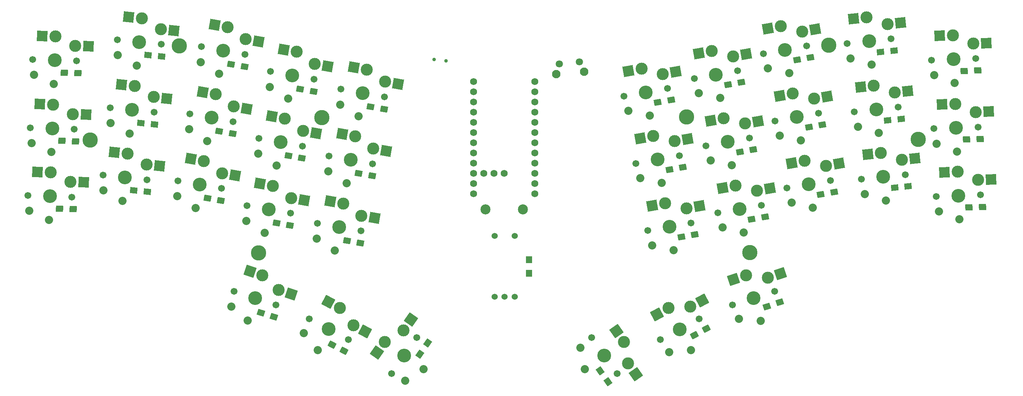
<source format=gbr>
%TF.GenerationSoftware,KiCad,Pcbnew,9.0.7*%
%TF.CreationDate,2026-02-25T20:28:23+01:00*%
%TF.ProjectId,AFF314KEEB,41464633-3134-44b4-9545-422e6b696361,rev?*%
%TF.SameCoordinates,Original*%
%TF.FileFunction,Soldermask,Bot*%
%TF.FilePolarity,Negative*%
%FSLAX46Y46*%
G04 Gerber Fmt 4.6, Leading zero omitted, Abs format (unit mm)*
G04 Created by KiCad (PCBNEW 9.0.7) date 2026-02-25 20:28:23*
%MOMM*%
%LPD*%
G01*
G04 APERTURE LIST*
G04 Aperture macros list*
%AMRotRect*
0 Rectangle, with rotation*
0 The origin of the aperture is its center*
0 $1 length*
0 $2 width*
0 $3 Rotation angle, in degrees counterclockwise*
0 Add horizontal line*
21,1,$1,$2,0,0,$3*%
G04 Aperture macros list end*
%ADD10C,1.752600*%
%ADD11C,3.800000*%
%ADD12C,2.600000*%
%ADD13RotRect,2.600000X2.600000X350.000000*%
%ADD14C,2.032000*%
%ADD15C,1.701800*%
%ADD16C,3.000000*%
%ADD17C,3.429000*%
%ADD18RotRect,2.600000X2.600000X354.000000*%
%ADD19RotRect,2.600000X2.600000X10.000000*%
%ADD20C,2.500000*%
%ADD21RotRect,2.600000X2.600000X28.000000*%
%ADD22RotRect,2.600000X2.600000X18.000000*%
%ADD23RotRect,2.600000X2.600000X2.000000*%
%ADD24RotRect,2.600000X2.600000X358.000000*%
%ADD25C,1.800000*%
%ADD26C,2.100000*%
%ADD27RotRect,2.600000X2.600000X6.000000*%
%ADD28C,0.900000*%
%ADD29RotRect,2.600000X2.600000X55.000000*%
%ADD30C,1.524000*%
%ADD31RotRect,2.600000X2.600000X305.000000*%
%ADD32RotRect,2.600000X2.600000X342.000000*%
%ADD33RotRect,2.600000X2.600000X332.000000*%
%ADD34RotRect,1.800000X1.500000X170.000000*%
%ADD35RotRect,1.800000X1.500000X125.000000*%
%ADD36RotRect,1.800000X1.500000X186.000000*%
%ADD37RotRect,1.800000X1.500000X190.000000*%
%ADD38RotRect,1.800000X1.500000X182.000000*%
%ADD39RotRect,1.800000X1.500000X178.000000*%
%ADD40R,1.500000X1.800000*%
%ADD41RotRect,1.800000X1.500000X208.000000*%
%ADD42RotRect,1.800000X1.500000X162.000000*%
%ADD43RotRect,1.800000X1.500000X198.000000*%
%ADD44RotRect,1.800000X1.500000X235.000000*%
%ADD45RotRect,1.800000X1.500000X174.000000*%
%ADD46RotRect,1.800000X1.500000X152.000000*%
G04 APERTURE END LIST*
D10*
%TO.C,U1*%
X142062065Y-63584463D03*
X142062065Y-66124463D03*
X142062065Y-68664463D03*
X142062065Y-71204463D03*
X142062065Y-73744463D03*
X142062065Y-76284463D03*
X142062065Y-78824463D03*
X142062065Y-81364463D03*
X142062065Y-83904463D03*
X142062065Y-86444463D03*
X142062065Y-88984463D03*
X142062065Y-91524463D03*
X157302065Y-91524463D03*
X157302065Y-88984463D03*
X157302065Y-86444463D03*
X157302065Y-83904463D03*
X157302065Y-81364463D03*
X157302065Y-78824463D03*
X157302065Y-76284463D03*
X157302065Y-73744463D03*
X157302065Y-71204463D03*
X157302065Y-68664463D03*
X157302065Y-66124463D03*
X157302065Y-63584463D03*
X144602065Y-86444463D03*
X147142065Y-86444463D03*
X149682065Y-86444463D03*
%TD*%
D11*
%TO.C,H5*%
X230501659Y-54503770D03*
D12*
X230501659Y-54503770D03*
%TD*%
D11*
%TO.C,H4*%
X88550000Y-106250000D03*
D12*
X88550000Y-106250000D03*
%TD*%
%TO.C,H8*%
X210849195Y-106165826D03*
D11*
X210849195Y-106165826D03*
%TD*%
D12*
%TO.C,H7*%
X195099157Y-72352239D03*
D11*
X195099157Y-72352239D03*
%TD*%
D12*
%TO.C,H6*%
X252752961Y-77995735D03*
D11*
X252752961Y-77995735D03*
%TD*%
D12*
%TO.C,H3*%
X104282673Y-72534893D03*
D11*
X104282673Y-72534893D03*
%TD*%
D13*
%TO.C,SWL4*%
X105783138Y-59778803D03*
D14*
X91398771Y-64908922D03*
X95958149Y-67845259D03*
D13*
X94790634Y-55606589D03*
D15*
X102399116Y-62989958D03*
D16*
X102557892Y-59210105D03*
D17*
X96982673Y-62034893D03*
D16*
X98015880Y-56175287D03*
D15*
X91566230Y-61079828D03*
%TD*%
D18*
%TO.C,SWL2*%
X67498401Y-50871352D03*
D14*
X53506933Y-56992377D03*
X58260033Y-59603515D03*
D18*
X56241636Y-47476100D03*
D15*
X64346621Y-54310743D03*
D16*
X64241342Y-50529021D03*
D17*
X58876751Y-53735836D03*
D16*
X59498695Y-47818431D03*
D15*
X53406881Y-53160929D03*
%TD*%
D12*
%TO.C,H2*%
X46629404Y-78141236D03*
D11*
X46629404Y-78141236D03*
%TD*%
D12*
%TO.C,H1*%
X68876751Y-54735836D03*
D11*
X68876751Y-54735836D03*
%TD*%
D15*
%TO.C,SWL26*%
X217122963Y-73370464D03*
D16*
X221506199Y-66555793D03*
D17*
X222539406Y-72415399D03*
D16*
X226812264Y-67854129D03*
D15*
X227955849Y-71460334D03*
D19*
X218280954Y-67124491D03*
D14*
X223563930Y-78225765D03*
X218275230Y-77025909D03*
D19*
X230037509Y-67285431D03*
%TD*%
D20*
%TO.C,BAT+1*%
X154331689Y-95419787D03*
%TD*%
D15*
%TO.C,SWL35*%
X188535229Y-127846806D03*
D16*
X190598085Y-120011174D03*
D17*
X193391441Y-125264712D03*
D16*
X196045661Y-119606301D03*
D15*
X198247653Y-122682618D03*
D21*
X187706432Y-121548693D03*
D14*
X196161323Y-130474103D03*
X190760695Y-130967271D03*
D21*
X198937314Y-118068781D03*
%TD*%
D15*
%TO.C,SWL31*%
X220074982Y-90112196D03*
D16*
X224458218Y-83297525D03*
D17*
X225491425Y-89157131D03*
D16*
X229764283Y-84595861D03*
D15*
X230907868Y-88202066D03*
D19*
X221232973Y-83866223D03*
D14*
X226515949Y-94967497D03*
X221227249Y-93767641D03*
D19*
X232989528Y-84027163D03*
%TD*%
D15*
%TO.C,SWL10*%
X106132373Y-82128996D03*
D16*
X112582023Y-77224455D03*
D17*
X111548816Y-83084061D03*
D16*
X117124035Y-80259273D03*
D15*
X116965259Y-84039126D03*
D13*
X109356777Y-76655757D03*
D14*
X110524292Y-88894427D03*
X105964914Y-85958090D03*
D13*
X120349281Y-80827971D03*
%TD*%
D15*
%TO.C,SWL36*%
X206503174Y-119242448D03*
D16*
X209895334Y-111884069D03*
D17*
X211733985Y-117542855D03*
D16*
X215330454Y-112431308D03*
D15*
X216964796Y-115843262D03*
D22*
X206780624Y-112896099D03*
D14*
X213557185Y-123154087D03*
X208152967Y-122701955D03*
D22*
X218445164Y-111419277D03*
%TD*%
D15*
%TO.C,SWL23*%
X256069727Y-58208395D03*
D16*
X261358725Y-52070073D03*
D17*
X261566377Y-58016448D03*
D16*
X266432458Y-54094235D03*
D15*
X267063027Y-57824501D03*
D23*
X258085720Y-52184368D03*
D14*
X261772284Y-63912854D03*
X256702041Y-61988631D03*
D23*
X269705463Y-53979939D03*
%TD*%
D15*
%TO.C,SWL1*%
X32315848Y-58069941D03*
D16*
X38020150Y-52315513D03*
D17*
X37812498Y-58261888D03*
D16*
X42940325Y-54688670D03*
D15*
X43309148Y-58453835D03*
D24*
X34747145Y-52201217D03*
D14*
X37606591Y-64158294D03*
X32682926Y-61885076D03*
D24*
X46213330Y-54802966D03*
%TD*%
D25*
%TO.C,RSW1*%
X168390973Y-58714221D03*
X163410000Y-59150000D03*
D26*
X162631694Y-61727642D03*
X169605057Y-61117552D03*
%TD*%
D15*
%TO.C,SWL3*%
X74378000Y-54901256D03*
D16*
X80827650Y-49996715D03*
D17*
X79794443Y-55856321D03*
D16*
X85369662Y-53031533D03*
D15*
X85210886Y-56811386D03*
D13*
X77602404Y-49428017D03*
D14*
X78769919Y-61666687D03*
X74210541Y-58730350D03*
D13*
X88594908Y-53600231D03*
%TD*%
D15*
%TO.C,SWL27*%
X236819226Y-71085002D03*
D16*
X241667152Y-64592690D03*
D17*
X242289096Y-70510095D03*
D16*
X246869724Y-66257996D03*
D15*
X247758966Y-69935188D03*
D27*
X238410092Y-64935020D03*
D14*
X242905814Y-76377774D03*
X237713695Y-74811924D03*
D27*
X250126783Y-65915665D03*
%TD*%
D15*
%TO.C,SWL21*%
X214170944Y-56628732D03*
D16*
X218554180Y-49814061D03*
D17*
X219587387Y-55673667D03*
D16*
X223860245Y-51112397D03*
D15*
X225003830Y-54718602D03*
D19*
X215328935Y-50382759D03*
D14*
X220611911Y-61484033D03*
X215323211Y-60284177D03*
D19*
X227085490Y-50543699D03*
%TD*%
D15*
%TO.C,SWL28*%
X256666510Y-75297977D03*
D16*
X261955508Y-69159655D03*
D17*
X262163160Y-75106030D03*
D16*
X267029241Y-71183817D03*
D15*
X267659810Y-74914083D03*
D23*
X258682503Y-69273950D03*
D14*
X262369067Y-81002436D03*
X257298824Y-79078213D03*
D23*
X270302246Y-71069521D03*
%TD*%
D15*
%TO.C,SWL7*%
X51629897Y-70067801D03*
D16*
X57721711Y-64725303D03*
D17*
X57099767Y-70642708D03*
D16*
X62464358Y-67435893D03*
D15*
X62569637Y-71217615D03*
D18*
X54464652Y-64382972D03*
D14*
X56483049Y-76510387D03*
X51729949Y-73899249D03*
D18*
X65721417Y-67778224D03*
%TD*%
D15*
%TO.C,SWL25*%
X199934733Y-79549035D03*
D16*
X204317969Y-72734364D03*
D17*
X205351176Y-78593970D03*
D16*
X209624034Y-74032700D03*
D15*
X210767619Y-77638905D03*
D19*
X201092724Y-73303062D03*
D14*
X206375700Y-84404336D03*
X201087000Y-83204480D03*
D19*
X212849279Y-73464002D03*
%TD*%
D15*
%TO.C,SWL20*%
X196982714Y-62807304D03*
D16*
X201365950Y-55992633D03*
D17*
X202399157Y-61852239D03*
D16*
X206672015Y-57290969D03*
D15*
X207815600Y-60897174D03*
D19*
X198140705Y-56561331D03*
D14*
X203423681Y-67662605D03*
X198134981Y-66462749D03*
D19*
X209897260Y-56722271D03*
%TD*%
D20*
%TO.C,BATGND1*%
X145041689Y-95419787D03*
%TD*%
D15*
%TO.C,SWL24*%
X182433936Y-83954953D03*
D16*
X186817172Y-77140282D03*
D17*
X187850379Y-82999888D03*
D16*
X192123237Y-78438618D03*
D15*
X193266822Y-82044823D03*
D19*
X183591927Y-77708980D03*
D14*
X188874903Y-88810254D03*
X183586203Y-87610398D03*
D19*
X195348482Y-77869920D03*
%TD*%
D28*
%TO.C,PSW1*%
X132225774Y-58068723D03*
X135210000Y-58380000D03*
%TD*%
D15*
%TO.C,SWL19*%
X179481917Y-67213221D03*
D16*
X183865153Y-60398550D03*
D17*
X184898360Y-66258156D03*
D16*
X189171218Y-61696886D03*
D15*
X190314803Y-65303091D03*
D19*
X180639908Y-60967248D03*
D14*
X185922884Y-72068522D03*
X180634184Y-70868666D03*
D19*
X192396463Y-61128188D03*
%TD*%
D15*
%TO.C,SWL18*%
X121658603Y-136320011D03*
D17*
X124813274Y-131814675D03*
D16*
X119939320Y-128401894D03*
X124609336Y-125568003D03*
D15*
X127967945Y-127309339D03*
D29*
X118060856Y-131084619D03*
D14*
X129646271Y-135198776D03*
X125058170Y-138090026D03*
D29*
X126487799Y-122885280D03*
%TD*%
D15*
%TO.C,SWL14*%
X85679557Y-94464811D03*
D16*
X92129207Y-89560270D03*
D17*
X91096000Y-95419876D03*
D16*
X96671219Y-92595088D03*
D15*
X96512443Y-96374941D03*
D13*
X88903961Y-88991572D03*
D14*
X90071476Y-101230242D03*
X85512098Y-98293905D03*
D13*
X99896465Y-93163786D03*
%TD*%
D15*
%TO.C,SWL5*%
X109067027Y-65485745D03*
D16*
X115516677Y-60581204D03*
D17*
X114483470Y-66440810D03*
D16*
X120058689Y-63616022D03*
D15*
X119899913Y-67395875D03*
D13*
X112291431Y-60012506D03*
D14*
X113458946Y-72251176D03*
X108899568Y-69314839D03*
D13*
X123283935Y-64184720D03*
%TD*%
D15*
%TO.C,SWL22*%
X235031789Y-54078677D03*
D16*
X239879715Y-47586365D03*
D17*
X240501659Y-53503770D03*
D16*
X245082287Y-49251671D03*
D15*
X245971529Y-52928863D03*
D27*
X236622655Y-47928695D03*
D14*
X241118377Y-59371449D03*
X235926258Y-57805599D03*
D27*
X248339346Y-48909340D03*
%TD*%
D15*
%TO.C,SWL30*%
X202886752Y-96290767D03*
D16*
X207269988Y-89476096D03*
D17*
X208303195Y-95335702D03*
D16*
X212576053Y-90774432D03*
D15*
X213719638Y-94380637D03*
D19*
X204044743Y-90044794D03*
D14*
X209327719Y-101146068D03*
X204039019Y-99946212D03*
D19*
X215801298Y-90205734D03*
%TD*%
D15*
%TO.C,SWL29*%
X185385955Y-100696685D03*
D16*
X189769191Y-93882014D03*
D17*
X190802398Y-99741620D03*
D16*
X195075256Y-95180350D03*
D15*
X196218841Y-98786555D03*
D19*
X186543946Y-94450712D03*
D14*
X191826922Y-105551986D03*
X186538222Y-104352130D03*
D19*
X198300501Y-94611652D03*
%TD*%
D15*
%TO.C,SWL13*%
X68491327Y-88286239D03*
D16*
X74940977Y-83381698D03*
D17*
X73907770Y-89241304D03*
D16*
X79482989Y-86416516D03*
D15*
X79324213Y-90196369D03*
D13*
X71715731Y-82813000D03*
D14*
X72883246Y-95051670D03*
X68323868Y-92115333D03*
D13*
X82708235Y-86985214D03*
%TD*%
D15*
%TO.C,SWL12*%
X49863365Y-86875222D03*
D16*
X55955179Y-81532724D03*
D17*
X55333235Y-87450129D03*
D16*
X60697826Y-84243314D03*
D15*
X60803105Y-88025036D03*
D18*
X52698120Y-81190393D03*
D14*
X54716517Y-93317808D03*
X49963417Y-90706670D03*
D18*
X63954885Y-84585645D03*
%TD*%
D30*
%TO.C,SW1*%
X147300000Y-117150000D03*
X152300000Y-117150000D03*
X149800000Y-117150000D03*
X152300000Y-102050000D03*
X147300000Y-102050000D03*
%TD*%
D15*
%TO.C,SWL9*%
X88631576Y-77723079D03*
D16*
X95081226Y-72818538D03*
D17*
X94048019Y-78678144D03*
D16*
X99623238Y-75853356D03*
D15*
X99464462Y-79633209D03*
D13*
X91855980Y-72249840D03*
D14*
X93023495Y-84488510D03*
X88464117Y-81552173D03*
D13*
X102848484Y-76422054D03*
%TD*%
D15*
%TO.C,SWL8*%
X71425981Y-71642988D03*
D16*
X77875631Y-66738447D03*
D17*
X76842424Y-72598053D03*
D16*
X82417643Y-69773265D03*
D15*
X82258867Y-73553118D03*
D13*
X74650385Y-66169749D03*
D14*
X75817900Y-78408419D03*
X71258522Y-75472082D03*
D13*
X85642889Y-70341963D03*
%TD*%
D15*
%TO.C,SWL11*%
X31132754Y-91949289D03*
D16*
X36837056Y-86194861D03*
D17*
X36629404Y-92141236D03*
D16*
X41757231Y-88568018D03*
D15*
X42126054Y-92333183D03*
D24*
X33564051Y-86080565D03*
D14*
X36423497Y-98037642D03*
X31499832Y-95764424D03*
D24*
X45030236Y-88682314D03*
%TD*%
D15*
%TO.C,SWL34*%
X171455435Y-127322086D03*
D16*
X179484060Y-128414641D03*
D17*
X174610106Y-131827422D03*
D16*
X180549808Y-133772271D03*
D15*
X177764777Y-136332758D03*
D31*
X177605598Y-125731919D03*
D14*
X169777109Y-135211523D03*
X168629446Y-129911252D03*
D31*
X182428272Y-136454994D03*
%TD*%
D15*
%TO.C,SWL6*%
X31722556Y-75059584D03*
D16*
X37426858Y-69305156D03*
D17*
X37219206Y-75251531D03*
D16*
X42347033Y-71678313D03*
D15*
X42715856Y-75443478D03*
D24*
X34153853Y-69190860D03*
D14*
X37013299Y-81147937D03*
X32089634Y-78874719D03*
D24*
X45620038Y-71792609D03*
%TD*%
D15*
%TO.C,SWL16*%
X82458290Y-115831615D03*
D16*
X89527752Y-111872422D03*
D17*
X87689101Y-117531208D03*
D16*
X93603197Y-115509831D03*
D15*
X92919912Y-119230801D03*
D32*
X86413042Y-110860391D03*
D14*
X85865901Y-123142440D03*
X81759554Y-119600138D03*
D32*
X96717907Y-116521862D03*
%TD*%
D15*
%TO.C,SWL33*%
X257256311Y-92187682D03*
D16*
X262545309Y-86049360D03*
D17*
X262752961Y-91995735D03*
D16*
X267619042Y-88073522D03*
D15*
X268249611Y-91803788D03*
D23*
X259272304Y-86163655D03*
D14*
X262958868Y-97892141D03*
X257888625Y-95967918D03*
D23*
X270892047Y-87959226D03*
%TD*%
D15*
%TO.C,SWL15*%
X103180354Y-98870728D03*
D16*
X109630004Y-93966187D03*
D17*
X108596797Y-99825793D03*
D16*
X114172016Y-97001005D03*
D15*
X114013240Y-100780858D03*
D13*
X106404758Y-93397489D03*
D14*
X107572273Y-105636159D03*
X103012895Y-102699822D03*
D13*
X117397262Y-97569703D03*
%TD*%
D15*
%TO.C,SWL17*%
X101175728Y-122669872D03*
D16*
X108825296Y-119998428D03*
D17*
X106031940Y-125251966D03*
D16*
X112207196Y-124288270D03*
D15*
X110888152Y-127834060D03*
D33*
X105933642Y-118460908D03*
D14*
X103262058Y-130461357D03*
X99833210Y-126259809D03*
D33*
X115098850Y-125825790D03*
%TD*%
D15*
%TO.C,SWL32*%
X238585757Y-87892422D03*
D16*
X243433683Y-81400110D03*
D17*
X244055627Y-87317515D03*
D16*
X248636255Y-83065416D03*
D15*
X249525497Y-86742608D03*
D27*
X240176623Y-81742440D03*
D14*
X244672345Y-93185194D03*
X239480226Y-91619344D03*
D27*
X251893314Y-82723085D03*
%TD*%
D34*
%TO.C,DL3*%
X85083864Y-59835269D03*
X81735518Y-59244865D03*
%TD*%
D35*
%TO.C,DL34*%
X175536752Y-138381149D03*
X173586592Y-135596029D03*
%TD*%
D36*
%TO.C,DL22*%
X246682924Y-55870618D03*
X243301550Y-56226016D03*
%TD*%
D37*
%TO.C,DL21*%
X225918697Y-57603566D03*
X222570351Y-58193970D03*
%TD*%
D38*
%TO.C,DL23*%
X267567484Y-60808712D03*
X264169552Y-60927370D03*
%TD*%
D34*
%TO.C,DL9*%
X99337440Y-82657091D03*
X95989094Y-82066687D03*
%TD*%
D37*
%TO.C,DL29*%
X197133708Y-101671518D03*
X193785362Y-102261922D03*
%TD*%
D39*
%TO.C,DL6*%
X43010913Y-78455611D03*
X39612983Y-78336953D03*
%TD*%
D34*
%TO.C,DL14*%
X96385421Y-99398823D03*
X93037075Y-98808419D03*
%TD*%
D40*
%TO.C,DL37*%
X155910000Y-111360000D03*
X155910000Y-107960000D03*
%TD*%
D41*
%TO.C,DL35*%
X200009247Y-125143674D03*
X197007225Y-126739876D03*
%TD*%
D42*
%TO.C,DL16*%
X92373284Y-122207578D03*
X89139692Y-121156920D03*
%TD*%
D34*
%TO.C,DL4*%
X102272094Y-66013840D03*
X98923748Y-65423436D03*
%TD*%
D37*
%TO.C,DL31*%
X231822735Y-91087031D03*
X228474389Y-91677433D03*
%TD*%
D36*
%TO.C,DL32*%
X250236892Y-89684362D03*
X246855518Y-90039760D03*
%TD*%
D34*
%TO.C,DL10*%
X116838237Y-87063009D03*
X113489891Y-86472605D03*
%TD*%
D43*
%TO.C,DL36*%
X218272269Y-118572824D03*
X215038677Y-119623482D03*
%TD*%
D34*
%TO.C,DL8*%
X82131845Y-76577001D03*
X78783499Y-75986597D03*
%TD*%
D37*
%TO.C,DL24*%
X194181689Y-84929787D03*
X190833343Y-85520191D03*
%TD*%
D34*
%TO.C,DL5*%
X119772891Y-70419758D03*
X116424545Y-69829354D03*
%TD*%
D38*
%TO.C,DL28*%
X268164264Y-77898295D03*
X264766334Y-78016953D03*
%TD*%
D37*
%TO.C,DL20*%
X208730467Y-63782139D03*
X205382121Y-64372541D03*
%TD*%
D44*
%TO.C,DL18*%
X130654831Y-128702409D03*
X128704671Y-131487525D03*
%TD*%
D34*
%TO.C,DL15*%
X113886218Y-103804740D03*
X110537872Y-103214336D03*
%TD*%
D37*
%TO.C,DL30*%
X214634505Y-97265601D03*
X211286159Y-97856005D03*
%TD*%
D39*
%TO.C,DL1*%
X43604205Y-61465967D03*
X40206275Y-61347309D03*
%TD*%
D45*
%TO.C,DL2*%
X64430844Y-57336119D03*
X61049470Y-56980723D03*
%TD*%
%TO.C,DL12*%
X60887329Y-91050412D03*
X57505955Y-90695016D03*
%TD*%
%TO.C,DL7*%
X62653860Y-74242992D03*
X59272486Y-73887596D03*
%TD*%
D38*
%TO.C,DL33*%
X268754066Y-94788001D03*
X265356136Y-94906659D03*
%TD*%
D37*
%TO.C,DL26*%
X228870716Y-74345298D03*
X225522370Y-74935702D03*
%TD*%
D34*
%TO.C,DL13*%
X79197191Y-93220252D03*
X75848845Y-92629848D03*
%TD*%
D46*
%TO.C,DL17*%
X109832915Y-130670690D03*
X106830893Y-129074486D03*
%TD*%
D36*
%TO.C,DL27*%
X248470360Y-72876942D03*
X245088986Y-73232340D03*
%TD*%
D39*
%TO.C,DL11*%
X42421113Y-95345316D03*
X39023183Y-95226658D03*
%TD*%
D37*
%TO.C,DL19*%
X191229670Y-68188055D03*
X187881324Y-68778459D03*
%TD*%
%TO.C,DL25*%
X211682487Y-80523869D03*
X208334139Y-81114273D03*
%TD*%
M02*

</source>
